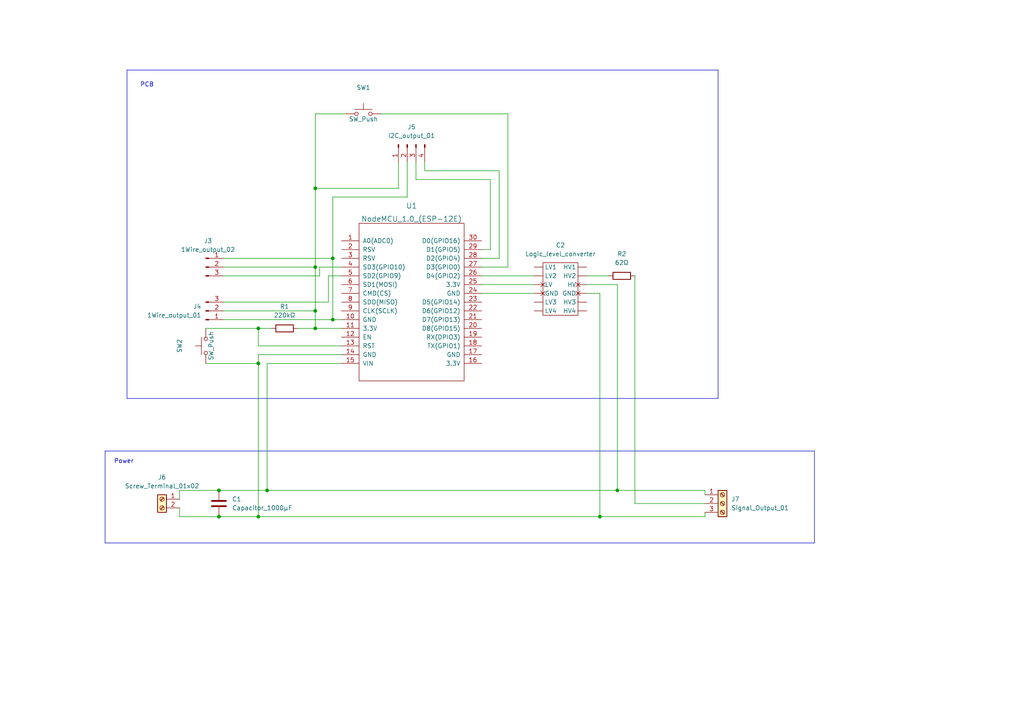
<source format=kicad_sch>
(kicad_sch (version 20230121) (generator eeschema)
  (paper "A4")
  (lib_symbols
    (symbol "Components:Logic_level_converter" (pin_numbers hide)
      (property "Reference" "C" (at 0 10.16 0))
      (property "Value" "Logic_level_converter" (at -1.27 8.89 0))
      (symbol "Logic_level_converter_0_0"
        (pin bidirectional line (at -7.62 6.35 0) (length 2.54) (name "LV1") (number "1"))
        (pin power_in non_logic (at 7.62 -1.27 180) (length 2.54) (name "GND") (number "10"))
        (pin bidirectional line (at 7.62 -3.81 180) (length 2.54) (name "HV3") (number "11"))
        (pin bidirectional line (at 7.62 -6.35 180) (length 2.54) (name "HV4") (number "12"))
        (pin bidirectional line (at -7.62 3.81 0) (length 2.54) (name "LV2") (number "2"))
        (pin power_in non_logic (at -7.62 1.27 0) (length 2.54) (name "LV") (number "3"))
        (pin power_in non_logic (at -7.62 -1.27 0) (length 2.54) (name "GND") (number "4"))
        (pin bidirectional line (at -7.62 -3.81 0) (length 2.54) (name "LV3") (number "5"))
        (pin bidirectional line (at -7.62 -6.35 0) (length 2.54) (name "LV4") (number "6"))
        (pin bidirectional line (at 7.62 6.35 180) (length 2.54) (name "HV1") (number "7"))
        (pin bidirectional line (at 7.62 3.81 180) (length 2.54) (name "HV2") (number "8"))
        (pin power_in non_logic (at 7.62 1.27 180) (length 2.54) (name "HV") (number "9"))
      )
      (symbol "Logic_level_converter_0_1"
        (rectangle (start -5.08 7.62) (end 5.08 -7.62))
      )
    )
    (symbol "Connector:Conn_01x03_Male" (pin_names (offset 1.016) hide)
      (property "Reference" "J" (at 0 5.08 0))
      (property "Value" "Conn_01x03_Male" (at 0 -5.08 0))
      (symbol "Conn_01x03_Male_1_1"
        (polyline (pts (xy 1.27 -2.54) (xy 0.8636 -2.54)) (stroke (width 0.1524)))
        (polyline (pts (xy 1.27 0) (xy 0.8636 0)) (stroke (width 0.1524)))
        (polyline (pts (xy 1.27 2.54) (xy 0.8636 2.54)) (stroke (width 0.1524)))
        (rectangle (start 0.8636 -2.413) (end 0 -2.667) (stroke (width 0.1524)) (fill (type outline)))
        (rectangle (start 0.8636 0.127) (end 0 -0.127) (stroke (width 0.1524)) (fill (type outline)))
        (rectangle (start 0.8636 2.667) (end 0 2.413) (stroke (width 0.1524)) (fill (type outline)))
        (pin passive line (at 5.08 2.54 180) (length 3.81) (name "Pin_1") (number "1"))
        (pin passive line (at 5.08 0 180) (length 3.81) (name "Pin_2") (number "2"))
        (pin passive line (at 5.08 -2.54 180) (length 3.81) (name "Pin_3") (number "3"))
      )
    )
    (symbol "Connector:Conn_01x04_Male" (pin_names (offset 1.016) hide)
      (property "Reference" "J" (at 0 5.08 0))
      (property "Value" "Conn_01x04_Male" (at 0 -7.62 0))
      (symbol "Conn_01x04_Male_1_1"
        (polyline (pts (xy 1.27 -5.08) (xy 0.8636 -5.08)) (stroke (width 0.1524)))
        (polyline (pts (xy 1.27 -2.54) (xy 0.8636 -2.54)) (stroke (width 0.1524)))
        (polyline (pts (xy 1.27 0) (xy 0.8636 0)) (stroke (width 0.1524)))
        (polyline (pts (xy 1.27 2.54) (xy 0.8636 2.54)) (stroke (width 0.1524)))
        (rectangle (start 0.8636 -4.953) (end 0 -5.207) (stroke (width 0.1524)) (fill (type outline)))
        (rectangle (start 0.8636 -2.413) (end 0 -2.667) (stroke (width 0.1524)) (fill (type outline)))
        (rectangle (start 0.8636 0.127) (end 0 -0.127) (stroke (width 0.1524)) (fill (type outline)))
        (rectangle (start 0.8636 2.667) (end 0 2.413) (stroke (width 0.1524)) (fill (type outline)))
        (pin passive line (at 5.08 2.54 180) (length 3.81) (name "Pin_1") (number "1"))
        (pin passive line (at 5.08 0 180) (length 3.81) (name "Pin_2") (number "2"))
        (pin passive line (at 5.08 -2.54 180) (length 3.81) (name "Pin_3") (number "3"))
        (pin passive line (at 5.08 -5.08 180) (length 3.81) (name "Pin_4") (number "4"))
      )
    )
    (symbol "Connector:Screw_Terminal_01x02" (pin_names (offset 1.016) hide)
      (property "Reference" "J" (at 0 2.54 0))
      (property "Value" "Screw_Terminal_01x02" (at 0 -5.08 0))
      (symbol "Screw_Terminal_01x02_1_1"
        (rectangle (start -1.27 1.27) (end 1.27 -3.81) (stroke (width 0.254)) (fill (type background)))
        (circle (center 0 -2.54) (radius 0.635) (stroke (width 0.1524)))
        (polyline (pts (xy -0.5334 -2.2098) (xy 0.3302 -3.048)) (stroke (width 0.1524)))
        (polyline (pts (xy -0.5334 0.3302) (xy 0.3302 -0.508)) (stroke (width 0.1524)))
        (polyline (pts (xy -0.3556 -2.032) (xy 0.508 -2.8702)) (stroke (width 0.1524)))
        (polyline (pts (xy -0.3556 0.508) (xy 0.508 -0.3302)) (stroke (width 0.1524)))
        (circle (center 0 0) (radius 0.635) (stroke (width 0.1524)))
        (pin passive line (at -5.08 0 0) (length 3.81) (name "Pin_1") (number "1"))
        (pin passive line (at -5.08 -2.54 0) (length 3.81) (name "Pin_2") (number "2"))
      )
    )
    (symbol "Connector:Screw_Terminal_01x03" (pin_names (offset 1.016) hide)
      (property "Reference" "J" (at 0 5.08 0))
      (property "Value" "Screw_Terminal_01x03" (at 0 -5.08 0))
      (symbol "Screw_Terminal_01x03_1_1"
        (rectangle (start -1.27 3.81) (end 1.27 -3.81) (stroke (width 0.254)) (fill (type background)))
        (circle (center 0 -2.54) (radius 0.635) (stroke (width 0.1524)))
        (polyline (pts (xy -0.5334 -2.2098) (xy 0.3302 -3.048)) (stroke (width 0.1524)))
        (polyline (pts (xy -0.5334 0.3302) (xy 0.3302 -0.508)) (stroke (width 0.1524)))
        (polyline (pts (xy -0.5334 2.8702) (xy 0.3302 2.032)) (stroke (width 0.1524)))
        (polyline (pts (xy -0.3556 -2.032) (xy 0.508 -2.8702)) (stroke (width 0.1524)))
        (polyline (pts (xy -0.3556 0.508) (xy 0.508 -0.3302)) (stroke (width 0.1524)))
        (polyline (pts (xy -0.3556 3.048) (xy 0.508 2.2098)) (stroke (width 0.1524)))
        (circle (center 0 0) (radius 0.635) (stroke (width 0.1524)))
        (circle (center 0 2.54) (radius 0.635) (stroke (width 0.1524)))
        (pin passive line (at -5.08 2.54 0) (length 3.81) (name "Pin_1") (number "1"))
        (pin passive line (at -5.08 0 0) (length 3.81) (name "Pin_2") (number "2"))
        (pin passive line (at -5.08 -2.54 0) (length 3.81) (name "Pin_3") (number "3"))
      )
    )
    (symbol "Device:C" (pin_numbers hide) (pin_names (offset 0.254))
      (property "Reference" "C" (at 0.635 2.54 0))
      (property "Value" "C" (at 0.635 -2.54 0))
      (symbol "C_0_1"
        (polyline (pts (xy -2.032 -0.762) (xy 2.032 -0.762)) (stroke (width 0.508)))
        (polyline (pts (xy -2.032 0.762) (xy 2.032 0.762)) (stroke (width 0.508)))
      )
      (symbol "C_1_1"
        (pin passive line (at 0 3.81 270) (length 2.794) (name "~") (number "1"))
        (pin passive line (at 0 -3.81 90) (length 2.794) (name "~") (number "2"))
      )
    )
    (symbol "Device:R" (pin_numbers hide) (pin_names (offset 0))
      (property "Reference" "R" (at 2.032 0 90))
      (property "Value" "R" (at 0 0 90))
      (symbol "R_0_1"
        (rectangle (start -1.016 -2.54) (end 1.016 2.54) (stroke (width 0.254)))
      )
      (symbol "R_1_1"
        (pin passive line (at 0 3.81 270) (length 1.27) (name "~") (number "1"))
        (pin passive line (at 0 -3.81 90) (length 1.27) (name "~") (number "2"))
      )
    )
    (symbol "ESP8266_Basirk:NodeMCU_1.0_(ESP-12E)" (pin_names (offset 1.016))
      (property "Reference" "U" (at 0 21.59 0))
      (property "Value" "NodeMCU_1.0_(ESP-12E)" (at 0 -21.59 0))
      (symbol "NodeMCU_1.0_(ESP-12E)_0_1"
        (rectangle (start -15.24 -22.86) (end 15.24 22.86))
      )
      (symbol "NodeMCU_1.0_(ESP-12E)_1_1"
        (pin input line (at -20.32 17.78 0) (length 5.08) (name "A0(ADC0)") (number "1"))
        (pin input line (at -20.32 -5.08 0) (length 5.08) (name "GND") (number "10"))
        (pin power_out line (at -20.32 -7.62 0) (length 5.08) (name "3.3V") (number "11"))
        (pin input line (at -20.32 -10.16 0) (length 5.08) (name "EN") (number "12"))
        (pin input line (at -20.32 -12.7 0) (length 5.08) (name "RST") (number "13"))
        (pin power_in line (at -20.32 -15.24 0) (length 5.08) (name "GND") (number "14"))
        (pin power_in line (at -20.32 -17.78 0) (length 5.08) (name "VIN") (number "15"))
        (pin power_out line (at 20.32 -17.78 180) (length 5.08) (name "3.3V") (number "16"))
        (pin power_in line (at 20.32 -15.24 180) (length 5.08) (name "GND") (number "17"))
        (pin bidirectional line (at 20.32 -12.7 180) (length 5.08) (name "TX(GPIO1)") (number "18"))
        (pin bidirectional line (at 20.32 -10.16 180) (length 5.08) (name "RX(DPIO3)") (number "19"))
        (pin input line (at -20.32 15.24 0) (length 5.08) (name "RSV") (number "2"))
        (pin bidirectional line (at 20.32 -7.62 180) (length 5.08) (name "D8(GPIO15)") (number "20"))
        (pin bidirectional line (at 20.32 -5.08 180) (length 5.08) (name "D7(GPIO13)") (number "21"))
        (pin bidirectional line (at 20.32 -2.54 180) (length 5.08) (name "D6(GPIO12)") (number "22"))
        (pin bidirectional line (at 20.32 0 180) (length 5.08) (name "D5(GPIO14)") (number "23"))
        (pin power_in line (at 20.32 2.54 180) (length 5.08) (name "GND") (number "24"))
        (pin power_out line (at 20.32 5.08 180) (length 5.08) (name "3.3V") (number "25"))
        (pin bidirectional line (at 20.32 7.62 180) (length 5.08) (name "D4(GPIO2)") (number "26"))
        (pin bidirectional line (at 20.32 10.16 180) (length 5.08) (name "D3(GPIO0)") (number "27"))
        (pin bidirectional line (at 20.32 12.7 180) (length 5.08) (name "D2(GPIO4)") (number "28"))
        (pin bidirectional line (at 20.32 15.24 180) (length 5.08) (name "D1(GPIO5)") (number "29"))
        (pin input line (at -20.32 12.7 0) (length 5.08) (name "RSV") (number "3"))
        (pin bidirectional line (at 20.32 17.78 180) (length 5.08) (name "D0(GPIO16)") (number "30"))
        (pin bidirectional line (at -20.32 10.16 0) (length 5.08) (name "SD3(GPIO10)") (number "4"))
        (pin bidirectional line (at -20.32 7.62 0) (length 5.08) (name "SD2(GPIO9)") (number "5"))
        (pin bidirectional line (at -20.32 5.08 0) (length 5.08) (name "SD1(MOSI)") (number "6"))
        (pin bidirectional line (at -20.32 2.54 0) (length 5.08) (name "CMD(CS)") (number "7"))
        (pin bidirectional line (at -20.32 0 0) (length 5.08) (name "SDO(MISO)") (number "8"))
        (pin bidirectional line (at -20.32 -2.54 0) (length 5.08) (name "CLK(SCLK)") (number "9"))
      )
    )
    (symbol "Switch:SW_Push" (pin_numbers hide) (pin_names (offset 1.016) hide)
      (property "Reference" "SW" (at 1.27 2.54 0))
      (property "Value" "SW_Push" (at 0 -1.524 0))
      (symbol "SW_Push_0_1"
        (circle (center -2.032 0) (radius 0.508))
        (polyline (pts (xy 0 1.27) (xy 0 3.048)))
        (polyline (pts (xy 2.54 1.27) (xy -2.54 1.27)))
        (circle (center 2.032 0) (radius 0.508))
        (pin passive line (at -5.08 0 0) (length 2.54) (name "1") (number "1"))
        (pin passive line (at 5.08 0 180) (length 2.54) (name "2") (number "2"))
      )
    )
  )
  (junction (at 96.52 74.93))
  (junction (at 63.5 142.24))
  (junction (at 74.93 95.25))
  (junction (at 63.5 149.86))
  (junction (at 74.93 105.41))
  (junction (at 179.07 142.24))
  (junction (at 77.47 142.24))
  (junction (at 91.44 77.47))
  (junction (at 91.44 90.17))
  (junction (at 91.44 54.61))
  (junction (at 74.93 149.86))
  (junction (at 91.44 95.25))
  (junction (at 173.99 149.86))
  (junction (at 96.52 92.71))
  (polyline (pts (xy 36.83 115.57) (xy 208.28 115.57)))
  (wire (pts (xy 64.77 90.17) (xy 91.44 90.17)))
  (polyline (pts (xy 208.28 115.57) (xy 208.28 20.32)))
  (wire (pts (xy 139.7 82.55) (xy 154.94 82.55)))
  (polyline (pts (xy 236.22 157.48) (xy 30.48 157.48)))
  (wire (pts (xy 142.24 72.39) (xy 139.7 72.39)))
  (wire (pts (xy 91.44 95.25) (xy 99.06 95.25)))
  (wire (pts (xy 64.77 87.63) (xy 95.25 87.63)))
  (wire (pts (xy 59.69 105.41) (xy 74.93 105.41)))
  (wire (pts (xy 74.93 100.33) (xy 74.93 95.25)))
  (wire (pts (xy 170.18 80.01) (xy 176.53 80.01)))
  (wire (pts (xy 64.77 77.47) (xy 91.44 77.47)))
  (wire (pts (xy 78.74 95.25) (xy 74.93 95.25)))
  (wire (pts (xy 74.93 149.86) (xy 173.99 149.86)))
  (wire (pts (xy 64.77 80.01) (xy 92.71 80.01)))
  (wire (pts (xy 204.47 142.24) (xy 204.47 143.51)))
  (wire (pts (xy 77.47 105.41) (xy 99.06 105.41)))
  (polyline (pts (xy 30.48 130.81) (xy 30.48 157.48)))
  (wire (pts (xy 184.15 80.01) (xy 184.15 146.05)))
  (wire (pts (xy 110.49 33.02) (xy 147.32 33.02)))
  (wire (pts (xy 144.78 49.53) (xy 144.78 74.93)))
  (wire (pts (xy 99.06 92.71) (xy 96.52 92.71)))
  (wire (pts (xy 120.65 52.07) (xy 142.24 52.07)))
  (wire (pts (xy 118.11 46.99) (xy 118.11 57.15)))
  (wire (pts (xy 91.44 90.17) (xy 91.44 95.25)))
  (polyline (pts (xy 36.83 20.32) (xy 36.83 115.57)))
  (wire (pts (xy 123.19 46.99) (xy 123.19 49.53)))
  (wire (pts (xy 184.15 146.05) (xy 204.47 146.05)))
  (wire (pts (xy 74.93 105.41) (xy 74.93 149.86)))
  (wire (pts (xy 91.44 77.47) (xy 91.44 90.17)))
  (wire (pts (xy 139.7 80.01) (xy 154.94 80.01)))
  (wire (pts (xy 173.99 149.86) (xy 204.47 149.86)))
  (wire (pts (xy 147.32 33.02) (xy 147.32 77.47)))
  (wire (pts (xy 91.44 54.61) (xy 91.44 77.47)))
  (wire (pts (xy 100.33 33.02) (xy 91.44 33.02)))
  (wire (pts (xy 96.52 57.15) (xy 96.52 74.93)))
  (polyline (pts (xy 236.22 130.81) (xy 236.22 157.48)))
  (wire (pts (xy 99.06 80.01) (xy 95.25 80.01)))
  (wire (pts (xy 92.71 77.47) (xy 92.71 80.01)))
  (wire (pts (xy 120.65 46.99) (xy 120.65 52.07)))
  (wire (pts (xy 64.77 92.71) (xy 96.52 92.71)))
  (wire (pts (xy 173.99 85.09) (xy 173.99 149.86)))
  (wire (pts (xy 52.07 142.24) (xy 63.5 142.24)))
  (wire (pts (xy 99.06 77.47) (xy 92.71 77.47)))
  (wire (pts (xy 74.93 102.87) (xy 99.06 102.87)))
  (wire (pts (xy 96.52 74.93) (xy 96.52 92.71)))
  (wire (pts (xy 64.77 74.93) (xy 96.52 74.93)))
  (wire (pts (xy 52.07 142.24) (xy 52.07 144.78)))
  (wire (pts (xy 170.18 82.55) (xy 179.07 82.55)))
  (wire (pts (xy 170.18 85.09) (xy 173.99 85.09)))
  (wire (pts (xy 139.7 85.09) (xy 154.94 85.09)))
  (wire (pts (xy 77.47 142.24) (xy 179.07 142.24)))
  (wire (pts (xy 95.25 80.01) (xy 95.25 87.63)))
  (wire (pts (xy 142.24 52.07) (xy 142.24 72.39)))
  (wire (pts (xy 86.36 95.25) (xy 91.44 95.25)))
  (wire (pts (xy 179.07 82.55) (xy 179.07 142.24)))
  (wire (pts (xy 96.52 57.15) (xy 118.11 57.15)))
  (wire (pts (xy 59.69 95.25) (xy 74.93 95.25)))
  (wire (pts (xy 144.78 74.93) (xy 139.7 74.93)))
  (wire (pts (xy 52.07 149.86) (xy 63.5 149.86)))
  (wire (pts (xy 147.32 77.47) (xy 139.7 77.47)))
  (wire (pts (xy 115.57 46.99) (xy 115.57 54.61)))
  (polyline (pts (xy 30.48 130.81) (xy 236.22 130.81)))
  (wire (pts (xy 63.5 149.86) (xy 74.93 149.86)))
  (wire (pts (xy 123.19 49.53) (xy 144.78 49.53)))
  (polyline (pts (xy 208.28 20.32) (xy 36.83 20.32)))
  (wire (pts (xy 91.44 54.61) (xy 115.57 54.61)))
  (wire (pts (xy 63.5 142.24) (xy 77.47 142.24)))
  (wire (pts (xy 91.44 33.02) (xy 91.44 54.61)))
  (wire (pts (xy 179.07 142.24) (xy 204.47 142.24)))
  (wire (pts (xy 204.47 148.59) (xy 204.47 149.86)))
  (wire (pts (xy 99.06 100.33) (xy 74.93 100.33)))
  (wire (pts (xy 52.07 149.86) (xy 52.07 147.32)))
  (wire (pts (xy 74.93 102.87) (xy 74.93 105.41)))
  (wire (pts (xy 77.47 105.41) (xy 77.47 142.24)))
  (text "Power" (at 33.02 134.62 0) (effects (font (size 1.27 1.27)) (justify left bottom)))
  (text "PCB" (at 40.64 25.4 0) (effects (font (size 1.27 1.27)) (justify left bottom)))
  (symbol (lib_id "Components:Logic_level_converter") (at 162.56 83.82 0) (unit 1)
    (property "Reference" "C2" (at 162.56 71.12 0))
    (property "Value" "Logic_level_converter" (at 162.56 73.66 0))
    (property "Footprint" "Components:Logic_Level_Converter" (effects hide))
  )
  (symbol (lib_id "Device:C") (at 63.5 146.05 0) (unit 1) (in_bom no) (on_board no)
    (property "Reference" "C1" (at 67.31 144.7799 0) (effects (justify left)))
    (property "Value" "Capacitor_1000μF" (at 67.31 147.3199 0) (effects (justify left)))
    (property "Footprint" "Capacitor_THT:CP_Radial_D10.0mm_P5.00mm" (effects hide))
  )
  (symbol (lib_id "Device:R") (at 180.34 80.01 90) (unit 1)
    (property "Reference" "R2" (at 180.34 73.66 90))
    (property "Value" "62Ω" (at 180.34 76.2 90))
    (property "Footprint" "Resistor_THT:R_Axial_DIN0204_L3.6mm_D1.6mm_P7.62mm_Horizontal" (effects hide))
  )
  (symbol (lib_id "Connector:Screw_Terminal_01x03") (at 209.55 146.05 0) (unit 1) (in_bom no) (on_board no)
    (property "Reference" "J7" (at 212.09 144.7799 0) (effects (justify left)))
    (property "Value" "Signal_Output_01" (at 212.09 147.3199 0) (effects (justify left)))
    (property "Footprint" "TerminalBlock:TerminalBlock_bornier-3_P5.08mm" (effects hide))
  )
  (symbol (lib_id "Connector:Conn_01x03_Male") (at 59.69 77.47 0) (unit 1)
    (property "Reference" "J3" (at 60.325 69.85 0))
    (property "Value" "1Wire_output_02" (at 60.325 72.39 0))
    (property "Footprint" "Connector_PinHeader_2.54mm:PinHeader_1x03_P2.54mm_Vertical" (effects hide))
  )
  (symbol (lib_id "Switch:SW_Push") (at 105.41 33.02 0) (unit 1)
    (property "Reference" "SW1" (at 105.41 25.4 0))
    (property "Value" "SW_Push" (at 105.41 34.544 0))
    (property "Footprint" "Button_Switch_THT:SW_PUSH_6mm" (effects hide))
  )
  (symbol (lib_id "Switch:SW_Push") (at 59.69 100.33 90) (unit 1)
    (property "Reference" "SW2" (at 52.07 100.33 0))
    (property "Value" "SW_Push" (at 61.214 100.33 0))
    (property "Footprint" "Button_Switch_THT:SW_PUSH_6mm" (effects hide))
  )
  (symbol (lib_id "Connector:Conn_01x03_Male") (at 59.69 90.17 0) (mirror x) (unit 1)
    (property "Reference" "J4" (at 58.42 88.8999 0) (effects (justify right)))
    (property "Value" "1Wire_output_01" (at 58.42 91.4399 0) (effects (justify right)))
    (property "Footprint" "Connector_PinHeader_2.54mm:PinHeader_1x03_P2.54mm_Vertical" (effects hide))
  )
  (symbol (lib_id "Device:R") (at 82.55 95.25 90) (unit 1)
    (property "Reference" "R1" (at 82.55 88.9 90))
    (property "Value" "220kΩ" (at 82.55 91.44 90))
    (property "Footprint" "Resistor_THT:R_Axial_DIN0204_L3.6mm_D1.6mm_P7.62mm_Horizontal" (effects hide))
  )
  (symbol (lib_id "ESP8266_Basirk:NodeMCU_1.0_(ESP-12E)") (at 119.38 87.63 0) (unit 1)
    (property "Reference" "U1" (at 119.38 59.69 0) (effects (font (size 1.524 1.524))))
    (property "Value" "NodeMCU_1.0_(ESP-12E)" (at 119.38 63.5 0) (effects (font (size 1.524 1.524))))
    (property "Footprint" "ESP8266_Basirk:NodeMCU1.0(12-E)" (effects hide))
  )
  (symbol (lib_id "Connector:Screw_Terminal_01x02") (at 46.99 144.78 0) (mirror y) (unit 1) (in_bom no) (on_board no)
    (property "Reference" "J6" (at 46.99 138.43 0))
    (property "Value" "Screw_Terminal_01x02" (at 46.99 140.97 0))
    (property "Footprint" "TerminalBlock:TerminalBlock_bornier-2_P5.08mm" (effects hide))
  )
  (symbol (lib_id "Connector:Conn_01x04_Male") (at 118.11 41.91 90) (mirror x) (unit 1)
    (property "Reference" "J5" (at 119.38 36.83 90))
    (property "Value" "I2C_output_01" (at 119.38 39.37 90))
    (property "Footprint" "Connector_PinHeader_2.54mm:PinHeader_1x04_P2.54mm_Vertical" (effects hide))
  )
)
</source>
